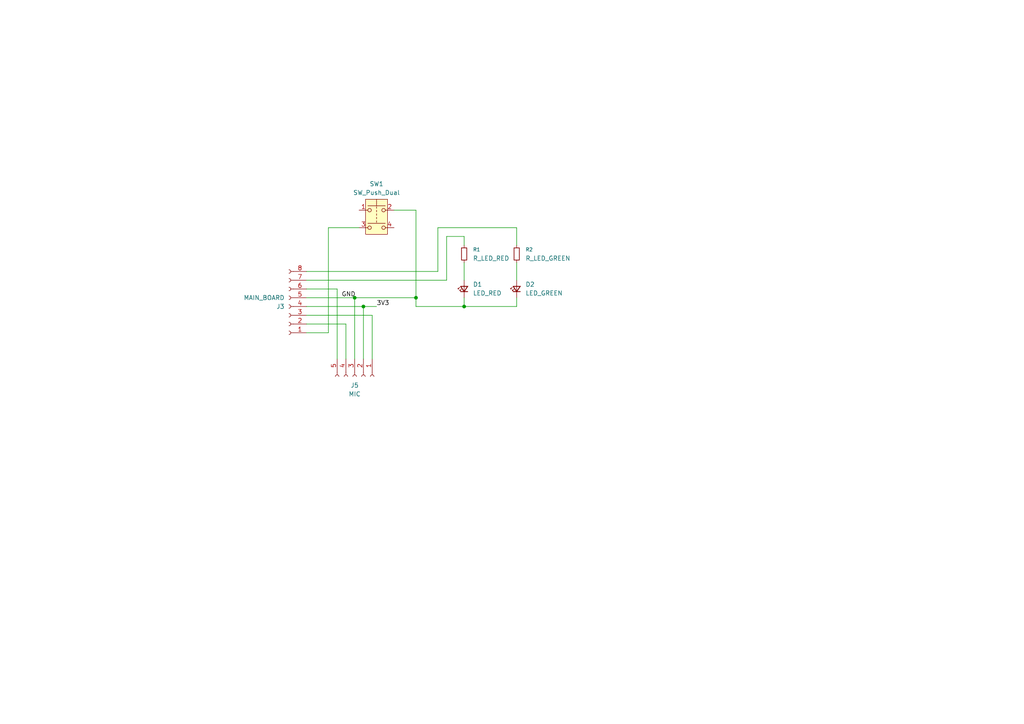
<source format=kicad_sch>
(kicad_sch
	(version 20250114)
	(generator "eeschema")
	(generator_version "9.0")
	(uuid "5d161dc1-54ae-4b00-a0d5-234581851ead")
	(paper "A4")
	(lib_symbols
		(symbol "Connector:Conn_01x05_Socket"
			(pin_names
				(offset 1.016)
				(hide yes)
			)
			(exclude_from_sim no)
			(in_bom yes)
			(on_board yes)
			(property "Reference" "J"
				(at 0 7.62 0)
				(effects
					(font
						(size 1.27 1.27)
					)
				)
			)
			(property "Value" "Conn_01x05_Socket"
				(at 0 -7.62 0)
				(effects
					(font
						(size 1.27 1.27)
					)
				)
			)
			(property "Footprint" ""
				(at 0 0 0)
				(effects
					(font
						(size 1.27 1.27)
					)
					(hide yes)
				)
			)
			(property "Datasheet" "~"
				(at 0 0 0)
				(effects
					(font
						(size 1.27 1.27)
					)
					(hide yes)
				)
			)
			(property "Description" "Generic connector, single row, 01x05, script generated"
				(at 0 0 0)
				(effects
					(font
						(size 1.27 1.27)
					)
					(hide yes)
				)
			)
			(property "ki_locked" ""
				(at 0 0 0)
				(effects
					(font
						(size 1.27 1.27)
					)
				)
			)
			(property "ki_keywords" "connector"
				(at 0 0 0)
				(effects
					(font
						(size 1.27 1.27)
					)
					(hide yes)
				)
			)
			(property "ki_fp_filters" "Connector*:*_1x??_*"
				(at 0 0 0)
				(effects
					(font
						(size 1.27 1.27)
					)
					(hide yes)
				)
			)
			(symbol "Conn_01x05_Socket_1_1"
				(polyline
					(pts
						(xy -1.27 5.08) (xy -0.508 5.08)
					)
					(stroke
						(width 0.1524)
						(type default)
					)
					(fill
						(type none)
					)
				)
				(polyline
					(pts
						(xy -1.27 2.54) (xy -0.508 2.54)
					)
					(stroke
						(width 0.1524)
						(type default)
					)
					(fill
						(type none)
					)
				)
				(polyline
					(pts
						(xy -1.27 0) (xy -0.508 0)
					)
					(stroke
						(width 0.1524)
						(type default)
					)
					(fill
						(type none)
					)
				)
				(polyline
					(pts
						(xy -1.27 -2.54) (xy -0.508 -2.54)
					)
					(stroke
						(width 0.1524)
						(type default)
					)
					(fill
						(type none)
					)
				)
				(polyline
					(pts
						(xy -1.27 -5.08) (xy -0.508 -5.08)
					)
					(stroke
						(width 0.1524)
						(type default)
					)
					(fill
						(type none)
					)
				)
				(arc
					(start 0 4.572)
					(mid -0.5058 5.08)
					(end 0 5.588)
					(stroke
						(width 0.1524)
						(type default)
					)
					(fill
						(type none)
					)
				)
				(arc
					(start 0 2.032)
					(mid -0.5058 2.54)
					(end 0 3.048)
					(stroke
						(width 0.1524)
						(type default)
					)
					(fill
						(type none)
					)
				)
				(arc
					(start 0 -0.508)
					(mid -0.5058 0)
					(end 0 0.508)
					(stroke
						(width 0.1524)
						(type default)
					)
					(fill
						(type none)
					)
				)
				(arc
					(start 0 -3.048)
					(mid -0.5058 -2.54)
					(end 0 -2.032)
					(stroke
						(width 0.1524)
						(type default)
					)
					(fill
						(type none)
					)
				)
				(arc
					(start 0 -5.588)
					(mid -0.5058 -5.08)
					(end 0 -4.572)
					(stroke
						(width 0.1524)
						(type default)
					)
					(fill
						(type none)
					)
				)
				(pin passive line
					(at -5.08 5.08 0)
					(length 3.81)
					(name "Pin_1"
						(effects
							(font
								(size 1.27 1.27)
							)
						)
					)
					(number "1"
						(effects
							(font
								(size 1.27 1.27)
							)
						)
					)
				)
				(pin passive line
					(at -5.08 2.54 0)
					(length 3.81)
					(name "Pin_2"
						(effects
							(font
								(size 1.27 1.27)
							)
						)
					)
					(number "2"
						(effects
							(font
								(size 1.27 1.27)
							)
						)
					)
				)
				(pin passive line
					(at -5.08 0 0)
					(length 3.81)
					(name "Pin_3"
						(effects
							(font
								(size 1.27 1.27)
							)
						)
					)
					(number "3"
						(effects
							(font
								(size 1.27 1.27)
							)
						)
					)
				)
				(pin passive line
					(at -5.08 -2.54 0)
					(length 3.81)
					(name "Pin_4"
						(effects
							(font
								(size 1.27 1.27)
							)
						)
					)
					(number "4"
						(effects
							(font
								(size 1.27 1.27)
							)
						)
					)
				)
				(pin passive line
					(at -5.08 -5.08 0)
					(length 3.81)
					(name "Pin_5"
						(effects
							(font
								(size 1.27 1.27)
							)
						)
					)
					(number "5"
						(effects
							(font
								(size 1.27 1.27)
							)
						)
					)
				)
			)
			(embedded_fonts no)
		)
		(symbol "Connector:Conn_01x08_Socket"
			(pin_names
				(offset 1.016)
				(hide yes)
			)
			(exclude_from_sim no)
			(in_bom yes)
			(on_board yes)
			(property "Reference" "J"
				(at 0 10.16 0)
				(effects
					(font
						(size 1.27 1.27)
					)
				)
			)
			(property "Value" "Conn_01x08_Socket"
				(at 0 -12.7 0)
				(effects
					(font
						(size 1.27 1.27)
					)
				)
			)
			(property "Footprint" ""
				(at 0 0 0)
				(effects
					(font
						(size 1.27 1.27)
					)
					(hide yes)
				)
			)
			(property "Datasheet" "~"
				(at 0 0 0)
				(effects
					(font
						(size 1.27 1.27)
					)
					(hide yes)
				)
			)
			(property "Description" "Generic connector, single row, 01x08, script generated"
				(at 0 0 0)
				(effects
					(font
						(size 1.27 1.27)
					)
					(hide yes)
				)
			)
			(property "ki_locked" ""
				(at 0 0 0)
				(effects
					(font
						(size 1.27 1.27)
					)
				)
			)
			(property "ki_keywords" "connector"
				(at 0 0 0)
				(effects
					(font
						(size 1.27 1.27)
					)
					(hide yes)
				)
			)
			(property "ki_fp_filters" "Connector*:*_1x??_*"
				(at 0 0 0)
				(effects
					(font
						(size 1.27 1.27)
					)
					(hide yes)
				)
			)
			(symbol "Conn_01x08_Socket_1_1"
				(polyline
					(pts
						(xy -1.27 7.62) (xy -0.508 7.62)
					)
					(stroke
						(width 0.1524)
						(type default)
					)
					(fill
						(type none)
					)
				)
				(polyline
					(pts
						(xy -1.27 5.08) (xy -0.508 5.08)
					)
					(stroke
						(width 0.1524)
						(type default)
					)
					(fill
						(type none)
					)
				)
				(polyline
					(pts
						(xy -1.27 2.54) (xy -0.508 2.54)
					)
					(stroke
						(width 0.1524)
						(type default)
					)
					(fill
						(type none)
					)
				)
				(polyline
					(pts
						(xy -1.27 0) (xy -0.508 0)
					)
					(stroke
						(width 0.1524)
						(type default)
					)
					(fill
						(type none)
					)
				)
				(polyline
					(pts
						(xy -1.27 -2.54) (xy -0.508 -2.54)
					)
					(stroke
						(width 0.1524)
						(type default)
					)
					(fill
						(type none)
					)
				)
				(polyline
					(pts
						(xy -1.27 -5.08) (xy -0.508 -5.08)
					)
					(stroke
						(width 0.1524)
						(type default)
					)
					(fill
						(type none)
					)
				)
				(polyline
					(pts
						(xy -1.27 -7.62) (xy -0.508 -7.62)
					)
					(stroke
						(width 0.1524)
						(type default)
					)
					(fill
						(type none)
					)
				)
				(polyline
					(pts
						(xy -1.27 -10.16) (xy -0.508 -10.16)
					)
					(stroke
						(width 0.1524)
						(type default)
					)
					(fill
						(type none)
					)
				)
				(arc
					(start 0 7.112)
					(mid -0.5058 7.62)
					(end 0 8.128)
					(stroke
						(width 0.1524)
						(type default)
					)
					(fill
						(type none)
					)
				)
				(arc
					(start 0 4.572)
					(mid -0.5058 5.08)
					(end 0 5.588)
					(stroke
						(width 0.1524)
						(type default)
					)
					(fill
						(type none)
					)
				)
				(arc
					(start 0 2.032)
					(mid -0.5058 2.54)
					(end 0 3.048)
					(stroke
						(width 0.1524)
						(type default)
					)
					(fill
						(type none)
					)
				)
				(arc
					(start 0 -0.508)
					(mid -0.5058 0)
					(end 0 0.508)
					(stroke
						(width 0.1524)
						(type default)
					)
					(fill
						(type none)
					)
				)
				(arc
					(start 0 -3.048)
					(mid -0.5058 -2.54)
					(end 0 -2.032)
					(stroke
						(width 0.1524)
						(type default)
					)
					(fill
						(type none)
					)
				)
				(arc
					(start 0 -5.588)
					(mid -0.5058 -5.08)
					(end 0 -4.572)
					(stroke
						(width 0.1524)
						(type default)
					)
					(fill
						(type none)
					)
				)
				(arc
					(start 0 -8.128)
					(mid -0.5058 -7.62)
					(end 0 -7.112)
					(stroke
						(width 0.1524)
						(type default)
					)
					(fill
						(type none)
					)
				)
				(arc
					(start 0 -10.668)
					(mid -0.5058 -10.16)
					(end 0 -9.652)
					(stroke
						(width 0.1524)
						(type default)
					)
					(fill
						(type none)
					)
				)
				(pin passive line
					(at -5.08 7.62 0)
					(length 3.81)
					(name "Pin_1"
						(effects
							(font
								(size 1.27 1.27)
							)
						)
					)
					(number "1"
						(effects
							(font
								(size 1.27 1.27)
							)
						)
					)
				)
				(pin passive line
					(at -5.08 5.08 0)
					(length 3.81)
					(name "Pin_2"
						(effects
							(font
								(size 1.27 1.27)
							)
						)
					)
					(number "2"
						(effects
							(font
								(size 1.27 1.27)
							)
						)
					)
				)
				(pin passive line
					(at -5.08 2.54 0)
					(length 3.81)
					(name "Pin_3"
						(effects
							(font
								(size 1.27 1.27)
							)
						)
					)
					(number "3"
						(effects
							(font
								(size 1.27 1.27)
							)
						)
					)
				)
				(pin passive line
					(at -5.08 0 0)
					(length 3.81)
					(name "Pin_4"
						(effects
							(font
								(size 1.27 1.27)
							)
						)
					)
					(number "4"
						(effects
							(font
								(size 1.27 1.27)
							)
						)
					)
				)
				(pin passive line
					(at -5.08 -2.54 0)
					(length 3.81)
					(name "Pin_5"
						(effects
							(font
								(size 1.27 1.27)
							)
						)
					)
					(number "5"
						(effects
							(font
								(size 1.27 1.27)
							)
						)
					)
				)
				(pin passive line
					(at -5.08 -5.08 0)
					(length 3.81)
					(name "Pin_6"
						(effects
							(font
								(size 1.27 1.27)
							)
						)
					)
					(number "6"
						(effects
							(font
								(size 1.27 1.27)
							)
						)
					)
				)
				(pin passive line
					(at -5.08 -7.62 0)
					(length 3.81)
					(name "Pin_7"
						(effects
							(font
								(size 1.27 1.27)
							)
						)
					)
					(number "7"
						(effects
							(font
								(size 1.27 1.27)
							)
						)
					)
				)
				(pin passive line
					(at -5.08 -10.16 0)
					(length 3.81)
					(name "Pin_8"
						(effects
							(font
								(size 1.27 1.27)
							)
						)
					)
					(number "8"
						(effects
							(font
								(size 1.27 1.27)
							)
						)
					)
				)
			)
			(embedded_fonts no)
		)
		(symbol "Device:LED_Small"
			(pin_numbers
				(hide yes)
			)
			(pin_names
				(offset 0.254)
				(hide yes)
			)
			(exclude_from_sim no)
			(in_bom yes)
			(on_board yes)
			(property "Reference" "D"
				(at -1.27 3.175 0)
				(effects
					(font
						(size 1.27 1.27)
					)
					(justify left)
				)
			)
			(property "Value" "LED_Small"
				(at -4.445 -2.54 0)
				(effects
					(font
						(size 1.27 1.27)
					)
					(justify left)
				)
			)
			(property "Footprint" ""
				(at 0 0 90)
				(effects
					(font
						(size 1.27 1.27)
					)
					(hide yes)
				)
			)
			(property "Datasheet" "~"
				(at 0 0 90)
				(effects
					(font
						(size 1.27 1.27)
					)
					(hide yes)
				)
			)
			(property "Description" "Light emitting diode, small symbol"
				(at 0 0 0)
				(effects
					(font
						(size 1.27 1.27)
					)
					(hide yes)
				)
			)
			(property "Sim.Pin" "1=K 2=A"
				(at 0 0 0)
				(effects
					(font
						(size 1.27 1.27)
					)
					(hide yes)
				)
			)
			(property "ki_keywords" "LED diode light-emitting-diode"
				(at 0 0 0)
				(effects
					(font
						(size 1.27 1.27)
					)
					(hide yes)
				)
			)
			(property "ki_fp_filters" "LED* LED_SMD:* LED_THT:*"
				(at 0 0 0)
				(effects
					(font
						(size 1.27 1.27)
					)
					(hide yes)
				)
			)
			(symbol "LED_Small_0_1"
				(polyline
					(pts
						(xy -0.762 -1.016) (xy -0.762 1.016)
					)
					(stroke
						(width 0.254)
						(type default)
					)
					(fill
						(type none)
					)
				)
				(polyline
					(pts
						(xy 0 0.762) (xy -0.508 1.27) (xy -0.254 1.27) (xy -0.508 1.27) (xy -0.508 1.016)
					)
					(stroke
						(width 0)
						(type default)
					)
					(fill
						(type none)
					)
				)
				(polyline
					(pts
						(xy 0.508 1.27) (xy 0 1.778) (xy 0.254 1.778) (xy 0 1.778) (xy 0 1.524)
					)
					(stroke
						(width 0)
						(type default)
					)
					(fill
						(type none)
					)
				)
				(polyline
					(pts
						(xy 0.762 -1.016) (xy -0.762 0) (xy 0.762 1.016) (xy 0.762 -1.016)
					)
					(stroke
						(width 0.254)
						(type default)
					)
					(fill
						(type none)
					)
				)
				(polyline
					(pts
						(xy 1.016 0) (xy -0.762 0)
					)
					(stroke
						(width 0)
						(type default)
					)
					(fill
						(type none)
					)
				)
			)
			(symbol "LED_Small_1_1"
				(pin passive line
					(at -2.54 0 0)
					(length 1.778)
					(name "K"
						(effects
							(font
								(size 1.27 1.27)
							)
						)
					)
					(number "1"
						(effects
							(font
								(size 1.27 1.27)
							)
						)
					)
				)
				(pin passive line
					(at 2.54 0 180)
					(length 1.778)
					(name "A"
						(effects
							(font
								(size 1.27 1.27)
							)
						)
					)
					(number "2"
						(effects
							(font
								(size 1.27 1.27)
							)
						)
					)
				)
			)
			(embedded_fonts no)
		)
		(symbol "Device:R_Small"
			(pin_numbers
				(hide yes)
			)
			(pin_names
				(offset 0.254)
				(hide yes)
			)
			(exclude_from_sim no)
			(in_bom yes)
			(on_board yes)
			(property "Reference" "R"
				(at 0 0 90)
				(effects
					(font
						(size 1.016 1.016)
					)
				)
			)
			(property "Value" "R_Small"
				(at 1.778 0 90)
				(effects
					(font
						(size 1.27 1.27)
					)
				)
			)
			(property "Footprint" ""
				(at 0 0 0)
				(effects
					(font
						(size 1.27 1.27)
					)
					(hide yes)
				)
			)
			(property "Datasheet" "~"
				(at 0 0 0)
				(effects
					(font
						(size 1.27 1.27)
					)
					(hide yes)
				)
			)
			(property "Description" "Resistor, small symbol"
				(at 0 0 0)
				(effects
					(font
						(size 1.27 1.27)
					)
					(hide yes)
				)
			)
			(property "ki_keywords" "R resistor"
				(at 0 0 0)
				(effects
					(font
						(size 1.27 1.27)
					)
					(hide yes)
				)
			)
			(property "ki_fp_filters" "R_*"
				(at 0 0 0)
				(effects
					(font
						(size 1.27 1.27)
					)
					(hide yes)
				)
			)
			(symbol "R_Small_0_1"
				(rectangle
					(start -0.762 1.778)
					(end 0.762 -1.778)
					(stroke
						(width 0.2032)
						(type default)
					)
					(fill
						(type none)
					)
				)
			)
			(symbol "R_Small_1_1"
				(pin passive line
					(at 0 2.54 270)
					(length 0.762)
					(name "~"
						(effects
							(font
								(size 1.27 1.27)
							)
						)
					)
					(number "1"
						(effects
							(font
								(size 1.27 1.27)
							)
						)
					)
				)
				(pin passive line
					(at 0 -2.54 90)
					(length 0.762)
					(name "~"
						(effects
							(font
								(size 1.27 1.27)
							)
						)
					)
					(number "2"
						(effects
							(font
								(size 1.27 1.27)
							)
						)
					)
				)
			)
			(embedded_fonts no)
		)
		(symbol "Switch:SW_Push_Dual"
			(pin_names
				(offset 1.016)
				(hide yes)
			)
			(exclude_from_sim no)
			(in_bom yes)
			(on_board yes)
			(property "Reference" "SW"
				(at 0 7.62 0)
				(effects
					(font
						(size 1.27 1.27)
					)
				)
			)
			(property "Value" "SW_Push_Dual"
				(at 0 -6.35 0)
				(effects
					(font
						(size 1.27 1.27)
					)
				)
			)
			(property "Footprint" ""
				(at 0 7.62 0)
				(effects
					(font
						(size 1.27 1.27)
					)
					(hide yes)
				)
			)
			(property "Datasheet" "~"
				(at 0 0 0)
				(effects
					(font
						(size 1.27 1.27)
					)
					(hide yes)
				)
			)
			(property "Description" "Push button switch, generic, symbol, four pins"
				(at 0 0 0)
				(effects
					(font
						(size 1.27 1.27)
					)
					(hide yes)
				)
			)
			(property "ki_keywords" "switch normally-open pushbutton push-button"
				(at 0 0 0)
				(effects
					(font
						(size 1.27 1.27)
					)
					(hide yes)
				)
			)
			(symbol "SW_Push_Dual_0_1"
				(circle
					(center -2.032 2.54)
					(radius 0.508)
					(stroke
						(width 0)
						(type default)
					)
					(fill
						(type none)
					)
				)
				(circle
					(center -2.032 -2.54)
					(radius 0.508)
					(stroke
						(width 0)
						(type default)
					)
					(fill
						(type none)
					)
				)
				(polyline
					(pts
						(xy 0 3.81) (xy 0 5.588)
					)
					(stroke
						(width 0)
						(type default)
					)
					(fill
						(type none)
					)
				)
				(polyline
					(pts
						(xy 0 3.048) (xy 0 3.556)
					)
					(stroke
						(width 0)
						(type default)
					)
					(fill
						(type none)
					)
				)
				(polyline
					(pts
						(xy 0 2.032) (xy 0 2.54)
					)
					(stroke
						(width 0)
						(type default)
					)
					(fill
						(type none)
					)
				)
				(polyline
					(pts
						(xy 0 1.016) (xy 0 1.524)
					)
					(stroke
						(width 0)
						(type default)
					)
					(fill
						(type none)
					)
				)
				(polyline
					(pts
						(xy 0 0.508) (xy 0 0)
					)
					(stroke
						(width 0)
						(type default)
					)
					(fill
						(type none)
					)
				)
				(polyline
					(pts
						(xy 0 -0.508) (xy 0 -1.016)
					)
					(stroke
						(width 0)
						(type default)
					)
					(fill
						(type none)
					)
				)
				(circle
					(center 2.032 2.54)
					(radius 0.508)
					(stroke
						(width 0)
						(type default)
					)
					(fill
						(type none)
					)
				)
				(circle
					(center 2.032 -2.54)
					(radius 0.508)
					(stroke
						(width 0)
						(type default)
					)
					(fill
						(type none)
					)
				)
				(polyline
					(pts
						(xy 2.54 3.81) (xy -2.54 3.81)
					)
					(stroke
						(width 0)
						(type default)
					)
					(fill
						(type none)
					)
				)
				(polyline
					(pts
						(xy 2.54 -1.27) (xy -2.54 -1.27)
					)
					(stroke
						(width 0)
						(type default)
					)
					(fill
						(type none)
					)
				)
				(pin passive line
					(at -5.08 2.54 0)
					(length 2.54)
					(name "1"
						(effects
							(font
								(size 1.27 1.27)
							)
						)
					)
					(number "1"
						(effects
							(font
								(size 1.27 1.27)
							)
						)
					)
				)
				(pin passive line
					(at -5.08 -2.54 0)
					(length 2.54)
					(name "3"
						(effects
							(font
								(size 1.27 1.27)
							)
						)
					)
					(number "3"
						(effects
							(font
								(size 1.27 1.27)
							)
						)
					)
				)
				(pin passive line
					(at 5.08 2.54 180)
					(length 2.54)
					(name "2"
						(effects
							(font
								(size 1.27 1.27)
							)
						)
					)
					(number "2"
						(effects
							(font
								(size 1.27 1.27)
							)
						)
					)
				)
				(pin passive line
					(at 5.08 -2.54 180)
					(length 2.54)
					(name "4"
						(effects
							(font
								(size 1.27 1.27)
							)
						)
					)
					(number "4"
						(effects
							(font
								(size 1.27 1.27)
							)
						)
					)
				)
			)
			(symbol "SW_Push_Dual_1_1"
				(rectangle
					(start -3.175 5.715)
					(end 3.175 -4.445)
					(stroke
						(width 0)
						(type default)
					)
					(fill
						(type background)
					)
				)
			)
			(embedded_fonts no)
		)
	)
	(junction
		(at 105.41 88.9)
		(diameter 0)
		(color 0 0 0 0)
		(uuid "01358a2f-f52d-4a2f-8a47-77da8b695a3e")
	)
	(junction
		(at 102.87 86.36)
		(diameter 0)
		(color 0 0 0 0)
		(uuid "589112f1-d955-4f02-b1cc-fe539a442358")
	)
	(junction
		(at 134.62 88.9)
		(diameter 0)
		(color 0 0 0 0)
		(uuid "9a9d6839-830e-45ca-9fd4-3a9300468814")
	)
	(junction
		(at 120.65 86.36)
		(diameter 0)
		(color 0 0 0 0)
		(uuid "ae9b6d78-e3e1-4398-9906-b8dc1c375e04")
	)
	(wire
		(pts
			(xy 88.9 96.52) (xy 95.25 96.52)
		)
		(stroke
			(width 0)
			(type default)
		)
		(uuid "04b551bb-ecda-49ef-a516-a015e06b59b6")
	)
	(wire
		(pts
			(xy 120.65 60.96) (xy 120.65 86.36)
		)
		(stroke
			(width 0)
			(type default)
		)
		(uuid "0afac6f4-d9dd-4166-a1c3-385329efecde")
	)
	(wire
		(pts
			(xy 149.86 88.9) (xy 134.62 88.9)
		)
		(stroke
			(width 0)
			(type default)
		)
		(uuid "258ba3ea-8a30-4c7d-9db5-7a2854c5240d")
	)
	(wire
		(pts
			(xy 95.25 96.52) (xy 95.25 66.04)
		)
		(stroke
			(width 0)
			(type default)
		)
		(uuid "38282b29-b0d7-47f3-a6c2-3d99e9ffb974")
	)
	(wire
		(pts
			(xy 134.62 68.58) (xy 134.62 71.12)
		)
		(stroke
			(width 0)
			(type default)
		)
		(uuid "4a5af33c-5b55-4791-a568-5c458429a2eb")
	)
	(wire
		(pts
			(xy 134.62 76.2) (xy 134.62 81.28)
		)
		(stroke
			(width 0)
			(type default)
		)
		(uuid "4af1b410-ba4d-4df3-a5dc-573ffc05c0b3")
	)
	(wire
		(pts
			(xy 88.9 83.82) (xy 97.79 83.82)
		)
		(stroke
			(width 0)
			(type default)
		)
		(uuid "4c037b07-1ee9-4fce-99e3-c0e7dbb2b9c1")
	)
	(wire
		(pts
			(xy 97.79 83.82) (xy 97.79 104.14)
		)
		(stroke
			(width 0)
			(type default)
		)
		(uuid "4f2fb8f3-6b54-4272-a943-0ac0af877d53")
	)
	(wire
		(pts
			(xy 88.9 86.36) (xy 102.87 86.36)
		)
		(stroke
			(width 0)
			(type default)
		)
		(uuid "5106582f-0603-4771-93bf-fbdeddb962a5")
	)
	(wire
		(pts
			(xy 149.86 86.36) (xy 149.86 88.9)
		)
		(stroke
			(width 0)
			(type default)
		)
		(uuid "5212194d-b393-4d47-9ccb-d290cb6177d1")
	)
	(wire
		(pts
			(xy 149.86 76.2) (xy 149.86 81.28)
		)
		(stroke
			(width 0)
			(type default)
		)
		(uuid "537f127e-db3a-492e-a4f7-cdf39e1d3a63")
	)
	(wire
		(pts
			(xy 102.87 86.36) (xy 102.87 104.14)
		)
		(stroke
			(width 0)
			(type default)
		)
		(uuid "5988b4bc-3131-45d7-9f27-ce956b8bec47")
	)
	(wire
		(pts
			(xy 134.62 88.9) (xy 120.65 88.9)
		)
		(stroke
			(width 0)
			(type default)
		)
		(uuid "5f2cba66-e9ea-4d9b-b9b3-accfca4fa330")
	)
	(wire
		(pts
			(xy 95.25 66.04) (xy 104.14 66.04)
		)
		(stroke
			(width 0)
			(type default)
		)
		(uuid "6626265b-c452-478b-b7b7-ce2696217746")
	)
	(wire
		(pts
			(xy 105.41 88.9) (xy 109.22 88.9)
		)
		(stroke
			(width 0)
			(type default)
		)
		(uuid "69f119b8-373b-443e-8b5c-3c6ba9067bd1")
	)
	(wire
		(pts
			(xy 105.41 104.14) (xy 105.41 88.9)
		)
		(stroke
			(width 0)
			(type default)
		)
		(uuid "70c8f445-13e6-4011-a3d7-e12b28a9701e")
	)
	(wire
		(pts
			(xy 107.95 91.44) (xy 107.95 104.14)
		)
		(stroke
			(width 0)
			(type default)
		)
		(uuid "85e92db4-53e1-40fc-a6d6-41b13da49c21")
	)
	(wire
		(pts
			(xy 102.87 86.36) (xy 120.65 86.36)
		)
		(stroke
			(width 0)
			(type default)
		)
		(uuid "8c9bd38f-a6aa-468e-bc43-9a78ab8b6107")
	)
	(wire
		(pts
			(xy 120.65 60.96) (xy 114.3 60.96)
		)
		(stroke
			(width 0)
			(type default)
		)
		(uuid "8d501c47-177a-43e8-b1cc-8695495d2fab")
	)
	(wire
		(pts
			(xy 127 66.04) (xy 149.86 66.04)
		)
		(stroke
			(width 0)
			(type default)
		)
		(uuid "8f0b7674-5780-4f87-8bb7-169f0a1b66c1")
	)
	(wire
		(pts
			(xy 88.9 78.74) (xy 127 78.74)
		)
		(stroke
			(width 0)
			(type default)
		)
		(uuid "9bcb5084-5c1d-45e1-8f41-44e3513629ae")
	)
	(wire
		(pts
			(xy 88.9 91.44) (xy 107.95 91.44)
		)
		(stroke
			(width 0)
			(type default)
		)
		(uuid "9cb30d5c-919e-4102-9c16-eafda2f46bb9")
	)
	(wire
		(pts
			(xy 134.62 86.36) (xy 134.62 88.9)
		)
		(stroke
			(width 0)
			(type default)
		)
		(uuid "a5f51952-7c5e-44ba-b413-ab2c67777d2a")
	)
	(wire
		(pts
			(xy 120.65 86.36) (xy 120.65 88.9)
		)
		(stroke
			(width 0)
			(type default)
		)
		(uuid "a82b113a-dae5-4f17-b008-7fec4017b2b0")
	)
	(wire
		(pts
			(xy 127 78.74) (xy 127 66.04)
		)
		(stroke
			(width 0)
			(type default)
		)
		(uuid "b47823e0-d3a3-4ad3-8e71-e7403809e644")
	)
	(wire
		(pts
			(xy 129.54 68.58) (xy 134.62 68.58)
		)
		(stroke
			(width 0)
			(type default)
		)
		(uuid "b93ad14a-f058-47b7-90be-1dc1ee3b4fec")
	)
	(wire
		(pts
			(xy 149.86 66.04) (xy 149.86 71.12)
		)
		(stroke
			(width 0)
			(type default)
		)
		(uuid "c6fe0720-a245-4009-97e6-1b618f920046")
	)
	(wire
		(pts
			(xy 129.54 81.28) (xy 129.54 68.58)
		)
		(stroke
			(width 0)
			(type default)
		)
		(uuid "c875adf1-dfa2-481f-a1d7-12f7e31d0637")
	)
	(wire
		(pts
			(xy 88.9 81.28) (xy 129.54 81.28)
		)
		(stroke
			(width 0)
			(type default)
		)
		(uuid "cfacb589-b382-4d47-bda8-5f04af38d68d")
	)
	(wire
		(pts
			(xy 88.9 93.98) (xy 100.33 93.98)
		)
		(stroke
			(width 0)
			(type default)
		)
		(uuid "ea746f9e-7f60-4812-8787-ae02e6a1f427")
	)
	(wire
		(pts
			(xy 105.41 88.9) (xy 88.9 88.9)
		)
		(stroke
			(width 0)
			(type default)
		)
		(uuid "f61f9204-6d60-4127-b032-f62e66541ba9")
	)
	(wire
		(pts
			(xy 100.33 93.98) (xy 100.33 104.14)
		)
		(stroke
			(width 0)
			(type default)
		)
		(uuid "f7d32cdc-813c-482f-82bd-d520886e9705")
	)
	(label "3V3"
		(at 109.22 88.9 0)
		(effects
			(font
				(size 1.27 1.27)
			)
			(justify left bottom)
		)
		(uuid "a09f93ba-7320-49bb-9529-483ceb851215")
	)
	(label "GND"
		(at 99.06 86.36 0)
		(effects
			(font
				(size 1.27 1.27)
			)
			(justify left bottom)
		)
		(uuid "d6d4ad5e-8db8-4c25-8af9-8ad9e74fbcea")
	)
	(symbol
		(lib_id "Device:LED_Small")
		(at 134.62 83.82 90)
		(unit 1)
		(exclude_from_sim no)
		(in_bom yes)
		(on_board yes)
		(dnp no)
		(fields_autoplaced yes)
		(uuid "58d005ed-782c-4c71-8625-8ef4ede2ca23")
		(property "Reference" "D1"
			(at 137.16 82.4864 90)
			(effects
				(font
					(size 1.27 1.27)
				)
				(justify right)
			)
		)
		(property "Value" "LED_RED"
			(at 137.16 85.0264 90)
			(effects
				(font
					(size 1.27 1.27)
				)
				(justify right)
			)
		)
		(property "Footprint" "LED_THT:LED_D5.0mm_Clear"
			(at 134.62 83.82 90)
			(effects
				(font
					(size 1.27 1.27)
				)
				(hide yes)
			)
		)
		(property "Datasheet" "~"
			(at 134.62 83.82 90)
			(effects
				(font
					(size 1.27 1.27)
				)
				(hide yes)
			)
		)
		(property "Description" "Light emitting diode, small symbol"
			(at 134.62 83.82 0)
			(effects
				(font
					(size 1.27 1.27)
				)
				(hide yes)
			)
		)
		(property "Sim.Pin" "1=K 2=A"
			(at 134.62 83.82 0)
			(effects
				(font
					(size 1.27 1.27)
				)
				(hide yes)
			)
		)
		(pin "2"
			(uuid "4b29cab7-9a67-4806-b471-3b46ba7a2a3f")
		)
		(pin "1"
			(uuid "bc9f12de-7a76-42cc-9a39-3b43e60d0522")
		)
		(instances
			(project ""
				(path "/5d161dc1-54ae-4b00-a0d5-234581851ead"
					(reference "D1")
					(unit 1)
				)
			)
		)
	)
	(symbol
		(lib_id "Device:LED_Small")
		(at 149.86 83.82 90)
		(unit 1)
		(exclude_from_sim no)
		(in_bom yes)
		(on_board yes)
		(dnp no)
		(fields_autoplaced yes)
		(uuid "66f7d52c-438e-4208-8b3b-063df16afc1b")
		(property "Reference" "D2"
			(at 152.4 82.4864 90)
			(effects
				(font
					(size 1.27 1.27)
				)
				(justify right)
			)
		)
		(property "Value" "LED_GREEN"
			(at 152.4 85.0264 90)
			(effects
				(font
					(size 1.27 1.27)
				)
				(justify right)
			)
		)
		(property "Footprint" "LED_THT:LED_D5.0mm_Clear"
			(at 149.86 83.82 90)
			(effects
				(font
					(size 1.27 1.27)
				)
				(hide yes)
			)
		)
		(property "Datasheet" "~"
			(at 149.86 83.82 90)
			(effects
				(font
					(size 1.27 1.27)
				)
				(hide yes)
			)
		)
		(property "Description" "Light emitting diode, small symbol"
			(at 149.86 83.82 0)
			(effects
				(font
					(size 1.27 1.27)
				)
				(hide yes)
			)
		)
		(property "Sim.Pin" "1=K 2=A"
			(at 149.86 83.82 0)
			(effects
				(font
					(size 1.27 1.27)
				)
				(hide yes)
			)
		)
		(pin "1"
			(uuid "fa80c073-8c6d-46aa-9426-adb2c27a58cb")
		)
		(pin "2"
			(uuid "a681f583-d731-4f53-a67e-ecdeb8752c1d")
		)
		(instances
			(project ""
				(path "/5d161dc1-54ae-4b00-a0d5-234581851ead"
					(reference "D2")
					(unit 1)
				)
			)
		)
	)
	(symbol
		(lib_id "Connector:Conn_01x05_Socket")
		(at 102.87 109.22 270)
		(unit 1)
		(exclude_from_sim no)
		(in_bom yes)
		(on_board yes)
		(dnp no)
		(fields_autoplaced yes)
		(uuid "6f9a2c73-aac8-4c9c-ac41-6c669359ea27")
		(property "Reference" "J5"
			(at 102.87 111.76 90)
			(effects
				(font
					(size 1.27 1.27)
				)
			)
		)
		(property "Value" "MIC"
			(at 102.87 114.3 90)
			(effects
				(font
					(size 1.27 1.27)
				)
			)
		)
		(property "Footprint" "Connector_JST:JST_PH_S5B-PH-K_1x05_P2.00mm_Horizontal"
			(at 102.87 109.22 0)
			(effects
				(font
					(size 1.27 1.27)
				)
				(hide yes)
			)
		)
		(property "Datasheet" "~"
			(at 102.87 109.22 0)
			(effects
				(font
					(size 1.27 1.27)
				)
				(hide yes)
			)
		)
		(property "Description" "Generic connector, single row, 01x05, script generated"
			(at 102.87 109.22 0)
			(effects
				(font
					(size 1.27 1.27)
				)
				(hide yes)
			)
		)
		(pin "5"
			(uuid "e091cd74-1754-4294-9042-9fe132566372")
		)
		(pin "1"
			(uuid "348c4b87-6e32-4764-bad3-f67c39b1032e")
		)
		(pin "2"
			(uuid "29466c54-3fd0-4886-874c-86db2cbb4c74")
		)
		(pin "3"
			(uuid "62549cb8-3164-433a-9022-fe1f3cca8c7c")
		)
		(pin "4"
			(uuid "62fe47a1-716f-4416-9d31-c4fb17247675")
		)
		(instances
			(project "Intercom"
				(path "/5d161dc1-54ae-4b00-a0d5-234581851ead"
					(reference "J5")
					(unit 1)
				)
			)
		)
	)
	(symbol
		(lib_id "Connector:Conn_01x08_Socket")
		(at 83.82 88.9 180)
		(unit 1)
		(exclude_from_sim no)
		(in_bom yes)
		(on_board yes)
		(dnp no)
		(uuid "7bdef484-eb33-4d4f-8814-1cec91c26470")
		(property "Reference" "J3"
			(at 82.55 88.9001 0)
			(effects
				(font
					(size 1.27 1.27)
				)
				(justify left)
			)
		)
		(property "Value" "MAIN_BOARD"
			(at 82.55 86.3601 0)
			(effects
				(font
					(size 1.27 1.27)
				)
				(justify left)
			)
		)
		(property "Footprint" "Connector_JST:JST_PH_S8B-PH-K_1x08_P2.00mm_Horizontal"
			(at 83.82 88.9 0)
			(effects
				(font
					(size 1.27 1.27)
				)
				(hide yes)
			)
		)
		(property "Datasheet" "~"
			(at 83.82 88.9 0)
			(effects
				(font
					(size 1.27 1.27)
				)
				(hide yes)
			)
		)
		(property "Description" "Generic connector, single row, 01x08, script generated"
			(at 83.82 88.9 0)
			(effects
				(font
					(size 1.27 1.27)
				)
				(hide yes)
			)
		)
		(pin "4"
			(uuid "ace2ba44-b179-4490-8346-b6a42a32cbb9")
		)
		(pin "1"
			(uuid "033ac0b9-5729-4eea-bf9b-fae27aa9c65e")
		)
		(pin "3"
			(uuid "154d258a-d677-4042-810c-4cc785593e76")
		)
		(pin "2"
			(uuid "a888a6c2-7e25-4560-a479-58a3e5ca186e")
		)
		(pin "5"
			(uuid "4e430078-f6ca-49aa-a729-5b2da436ce66")
		)
		(pin "7"
			(uuid "fef28c5e-6eb7-43b8-9371-045686eced47")
		)
		(pin "8"
			(uuid "3d302d59-777d-4536-b307-2b45679c9317")
		)
		(pin "6"
			(uuid "638e9dd6-f5be-4eec-b340-2bed5c8547e7")
		)
		(instances
			(project "Intercom"
				(path "/5d161dc1-54ae-4b00-a0d5-234581851ead"
					(reference "J3")
					(unit 1)
				)
			)
		)
	)
	(symbol
		(lib_id "Switch:SW_Push_Dual")
		(at 109.22 63.5 0)
		(unit 1)
		(exclude_from_sim no)
		(in_bom yes)
		(on_board yes)
		(dnp no)
		(fields_autoplaced yes)
		(uuid "86f5e61a-c91e-43b4-8aa7-4a4667ceec2f")
		(property "Reference" "SW1"
			(at 109.22 53.34 0)
			(effects
				(font
					(size 1.27 1.27)
				)
			)
		)
		(property "Value" "SW_Push_Dual"
			(at 109.22 55.88 0)
			(effects
				(font
					(size 1.27 1.27)
				)
			)
		)
		(property "Footprint" "Custom Footprints:Pushbutton 12x12x7.3"
			(at 109.22 55.88 0)
			(effects
				(font
					(size 1.27 1.27)
				)
				(hide yes)
			)
		)
		(property "Datasheet" "~"
			(at 109.22 63.5 0)
			(effects
				(font
					(size 1.27 1.27)
				)
				(hide yes)
			)
		)
		(property "Description" "Push button switch, generic, symbol, four pins"
			(at 109.22 63.5 0)
			(effects
				(font
					(size 1.27 1.27)
				)
				(hide yes)
			)
		)
		(pin "1"
			(uuid "cb126be4-465b-4ee0-ab0e-2bfdefcc363f")
		)
		(pin "3"
			(uuid "6bee909b-3dcf-4338-b2b7-e29759f58f12")
		)
		(pin "4"
			(uuid "f75806df-7ee5-4a9e-9802-d55e2c6a2e9a")
		)
		(pin "2"
			(uuid "741021f4-36c8-452f-a5d9-673abf36b30e")
		)
		(instances
			(project ""
				(path "/5d161dc1-54ae-4b00-a0d5-234581851ead"
					(reference "SW1")
					(unit 1)
				)
			)
		)
	)
	(symbol
		(lib_id "Device:R_Small")
		(at 134.62 73.66 0)
		(unit 1)
		(exclude_from_sim no)
		(in_bom yes)
		(on_board yes)
		(dnp no)
		(fields_autoplaced yes)
		(uuid "af0e19ae-2f13-4945-9b23-70fba28680f6")
		(property "Reference" "R1"
			(at 137.16 72.3899 0)
			(effects
				(font
					(size 1.016 1.016)
				)
				(justify left)
			)
		)
		(property "Value" "R_LED_RED"
			(at 137.16 74.9299 0)
			(effects
				(font
					(size 1.27 1.27)
				)
				(justify left)
			)
		)
		(property "Footprint" "Resistor_SMD:R_0805_2012Metric_Pad1.20x1.40mm_HandSolder"
			(at 134.62 73.66 0)
			(effects
				(font
					(size 1.27 1.27)
				)
				(hide yes)
			)
		)
		(property "Datasheet" "~"
			(at 134.62 73.66 0)
			(effects
				(font
					(size 1.27 1.27)
				)
				(hide yes)
			)
		)
		(property "Description" "Resistor, small symbol"
			(at 134.62 73.66 0)
			(effects
				(font
					(size 1.27 1.27)
				)
				(hide yes)
			)
		)
		(pin "1"
			(uuid "90e17f50-af9f-40f8-a610-7b9bb0dbf6e7")
		)
		(pin "2"
			(uuid "d3a0b421-1e75-4a2f-a4ad-90c2436d10bd")
		)
		(instances
			(project ""
				(path "/5d161dc1-54ae-4b00-a0d5-234581851ead"
					(reference "R1")
					(unit 1)
				)
			)
		)
	)
	(symbol
		(lib_id "Device:R_Small")
		(at 149.86 73.66 0)
		(unit 1)
		(exclude_from_sim no)
		(in_bom yes)
		(on_board yes)
		(dnp no)
		(fields_autoplaced yes)
		(uuid "f287d429-ea6a-4415-b48e-8469e8c9ae71")
		(property "Reference" "R2"
			(at 152.4 72.3899 0)
			(effects
				(font
					(size 1.016 1.016)
				)
				(justify left)
			)
		)
		(property "Value" "R_LED_GREEN"
			(at 152.4 74.9299 0)
			(effects
				(font
					(size 1.27 1.27)
				)
				(justify left)
			)
		)
		(property "Footprint" "Resistor_SMD:R_0805_2012Metric_Pad1.20x1.40mm_HandSolder"
			(at 149.86 73.66 0)
			(effects
				(font
					(size 1.27 1.27)
				)
				(hide yes)
			)
		)
		(property "Datasheet" "~"
			(at 149.86 73.66 0)
			(effects
				(font
					(size 1.27 1.27)
				)
				(hide yes)
			)
		)
		(property "Description" "Resistor, small symbol"
			(at 149.86 73.66 0)
			(effects
				(font
					(size 1.27 1.27)
				)
				(hide yes)
			)
		)
		(pin "1"
			(uuid "5737b1c5-14ba-4bbc-b09a-16317df13916")
		)
		(pin "2"
			(uuid "dc3e43fe-7de3-4fe2-9890-52e6aab8eb77")
		)
		(instances
			(project "Intercom"
				(path "/5d161dc1-54ae-4b00-a0d5-234581851ead"
					(reference "R2")
					(unit 1)
				)
			)
		)
	)
	(sheet_instances
		(path "/"
			(page "1")
		)
	)
	(embedded_fonts no)
)

</source>
